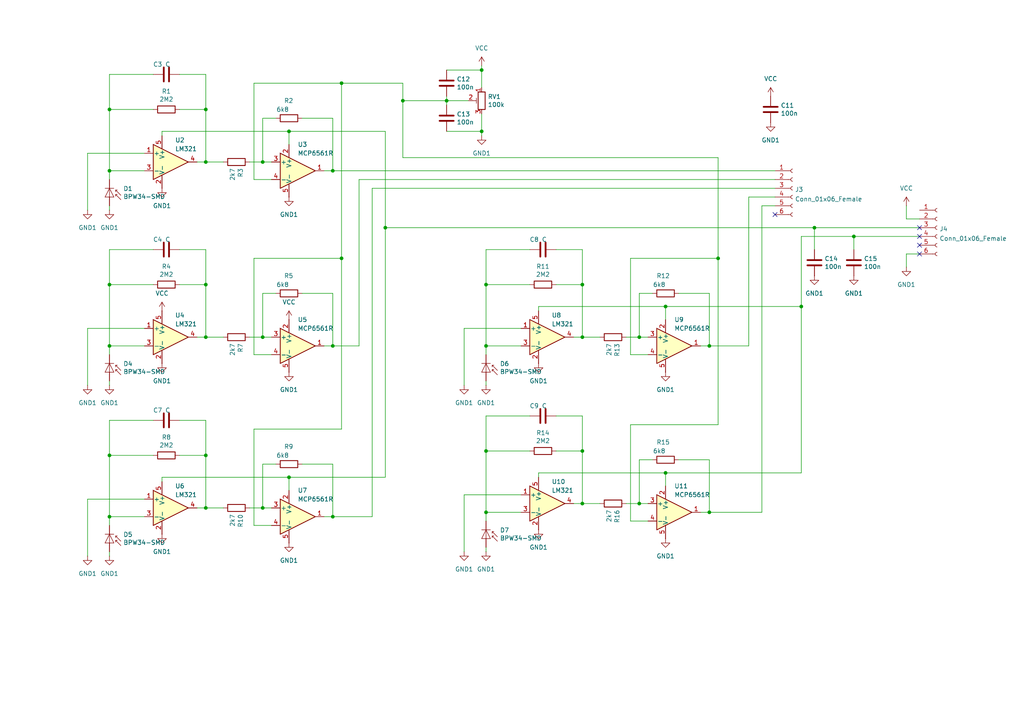
<source format=kicad_sch>
(kicad_sch (version 20250114) (generator "eeschema") (generator_version "9.0")
  (paper "A4")
  (lib_symbols
    (symbol "Amplifier_Operational:LM321" (pin_names (offset 0.127))
      (property "Reference" "U" (at 0 7.62 0))
      (property "Value" "LM321" (at 0 5.08 0))
      (symbol "LM321_0_1"
        (polyline (pts (xy -5.08 5.08) (xy 5.08 0) (xy -5.08 -5.08) (xy -5.08 5.08)) (stroke (width 0.254)) (fill (type background)))
      )
      (symbol "LM321_1_1"
        (pin input line (at -7.62 2.54 0) (length 2.54) (name "+") (number "1"))
        (pin input line (at -7.62 -2.54 0) (length 2.54) (name "-") (number "3"))
        (pin power_in line (at -2.54 7.62 270) (length 3.81) (name "V+") (number "5"))
        (pin power_in line (at -2.54 -7.62 90) (length 3.81) (name "V-") (number "2"))
        (pin output line (at 7.62 0 180) (length 2.54) (name "~") (number "4"))
      )
    )
    (symbol "Comparator:MCP6561R" (pin_names (offset 0.127))
      (property "Reference" "U" (at 0 5.08 0))
      (property "Value" "MCP6561R" (at 0 -5.08 0))
      (symbol "MCP6561R_0_1"
        (polyline (pts (xy -5.08 5.08) (xy 5.08 0) (xy -5.08 -5.08) (xy -5.08 5.08)) (stroke (width 0.254)) (fill (type background)))
        (pin power_in line (at -2.54 7.62 270) (length 3.81) (name "V+") (number "2"))
        (pin power_in line (at -2.54 -7.62 90) (length 3.81) (name "V-") (number "5"))
      )
      (symbol "MCP6561R_1_1"
        (pin input line (at -7.62 2.54 0) (length 2.54) (name "+") (number "3"))
        (pin input line (at -7.62 -2.54 0) (length 2.54) (name "-") (number "4"))
        (pin output line (at 7.62 0 180) (length 2.54) (name "~") (number "1"))
      )
    )
    (symbol "Connector:Conn_01x06_Female" (pin_names (offset 1.016) (hide yes))
      (property "Reference" "J" (at 0 7.62 0))
      (property "Value" "Conn_01x06_Female" (at 0 -10.16 0))
      (symbol "Conn_01x06_Female_1_1"
        (polyline (pts (xy -1.27 5.08) (xy -0.508 5.08)) (stroke (width 0.1524)))
        (polyline (pts (xy -1.27 2.54) (xy -0.508 2.54)) (stroke (width 0.1524)))
        (polyline (pts (xy -1.27 0) (xy -0.508 0)) (stroke (width 0.1524)))
        (polyline (pts (xy -1.27 -2.54) (xy -0.508 -2.54)) (stroke (width 0.1524)))
        (polyline (pts (xy -1.27 -5.08) (xy -0.508 -5.08)) (stroke (width 0.1524)))
        (polyline (pts (xy -1.27 -7.62) (xy -0.508 -7.62)) (stroke (width 0.1524)))
        (arc (start 0 4.572) (mid -0.5058 5.08) (end 0 5.588) (stroke (width 0.1524)))
        (arc (start 0 2.032) (mid -0.5058 2.54) (end 0 3.048) (stroke (width 0.1524)))
        (arc (start 0 -0.508) (mid -0.5058 0) (end 0 0.508) (stroke (width 0.1524)))
        (arc (start 0 -3.048) (mid -0.5058 -2.54) (end 0 -2.032) (stroke (width 0.1524)))
        (arc (start 0 -5.588) (mid -0.5058 -5.08) (end 0 -4.572) (stroke (width 0.1524)))
        (arc (start 0 -8.128) (mid -0.5058 -7.62) (end 0 -7.112) (stroke (width 0.1524)))
        (pin passive line (at -5.08 5.08 0) (length 3.81) (name "Pin_1") (number "1"))
        (pin passive line (at -5.08 2.54 0) (length 3.81) (name "Pin_2") (number "2"))
        (pin passive line (at -5.08 0 0) (length 3.81) (name "Pin_3") (number "3"))
        (pin passive line (at -5.08 -2.54 0) (length 3.81) (name "Pin_4") (number "4"))
        (pin passive line (at -5.08 -5.08 0) (length 3.81) (name "Pin_5") (number "5"))
        (pin passive line (at -5.08 -7.62 0) (length 3.81) (name "Pin_6") (number "6"))
      )
    )
    (symbol "Device:C" (pin_numbers (hide yes)) (pin_names (offset 0.254))
      (property "Reference" "C" (at 0.635 2.54 0))
      (property "Value" "C" (at 0.635 -2.54 0))
      (symbol "C_0_1"
        (polyline (pts (xy -2.032 0.762) (xy 2.032 0.762)) (stroke (width 0.508)))
        (polyline (pts (xy -2.032 -0.762) (xy 2.032 -0.762)) (stroke (width 0.508)))
      )
      (symbol "C_1_1"
        (pin passive line (at 0 3.81 270) (length 2.794) (name "~") (number "1"))
        (pin passive line (at 0 -3.81 90) (length 2.794) (name "~") (number "2"))
      )
    )
    (symbol "Device:R" (pin_numbers (hide yes)) (pin_names (offset 0))
      (property "Reference" "R" (at 2.032 0 90))
      (property "Value" "R" (at 0 0 90))
      (symbol "R_0_1"
        (rectangle (start -1.016 -2.54) (end 1.016 2.54) (stroke (width 0.254)))
      )
      (symbol "R_1_1"
        (pin passive line (at 0 3.81 270) (length 1.27) (name "~") (number "1"))
        (pin passive line (at 0 -3.81 90) (length 1.27) (name "~") (number "2"))
      )
    )
    (symbol "Device:R_POT_TRIM" (pin_names (offset 1.016) (hide yes))
      (property "Reference" "RV" (at -4.445 0 90))
      (property "Value" "Device_R_POT_TRIM" (at -2.54 0 90))
      (symbol "R_POT_TRIM_0_1"
        (rectangle (start 1.016 2.54) (end -1.016 -2.54) (stroke (width 0.254)))
        (polyline (pts (xy 1.524 0.762) (xy 1.524 -0.762)))
        (polyline (pts (xy 2.54 0) (xy 1.524 0)))
      )
      (symbol "R_POT_TRIM_1_1"
        (pin passive line (at 0 3.81 270) (length 1.27) (name "1") (number "1"))
        (pin passive line (at 0 -3.81 90) (length 1.27) (name "3") (number "3"))
        (pin passive line (at 3.81 0 180) (length 1.27) (name "2") (number "2"))
      )
    )
    (symbol "Sensor_Optical:BPW34-SMD" (pin_numbers (hide yes)) (pin_names (offset 1.016) (hide yes))
      (property "Reference" "D" (at 0.508 1.778 0))
      (property "Value" "BPW34-SMD" (at -1.016 -2.794 0))
      (symbol "BPW34-SMD_0_1"
        (polyline (pts (xy -2.54 1.27) (xy -2.54 -1.27)) (stroke (width 0.1524)))
        (polyline (pts (xy -2.032 1.778) (xy -1.524 1.778)))
        (polyline (pts (xy -0.508 3.302) (xy -2.032 1.778) (xy -2.032 2.286)))
        (polyline (pts (xy 0 1.27) (xy -2.54 0) (xy 0 -1.27)))
        (polyline (pts (xy 0 0) (xy -2.54 0)))
        (polyline (pts (xy 0 -1.27) (xy 0 1.27)))
        (polyline (pts (xy 0.762 3.302) (xy -0.762 1.778) (xy -0.762 2.286) (xy -0.762 1.778) (xy -0.254 1.778)))
      )
      (symbol "BPW34-SMD_1_1"
        (pin passive line (at -5.08 0 0) (length 2.54) (name "K") (number "1"))
        (pin passive line (at 2.54 0 180) (length 2.54) (name "A") (number "2"))
      )
    )
    (symbol "power:GND1" (power) (pin_numbers (hide yes)) (pin_names (offset 0) (hide yes))
      (property "Value" "GND1" (at 0 -3.81 0))
      (symbol "GND1_0_1"
        (polyline (pts (xy 0 0) (xy 0 -1.27) (xy 1.27 -1.27) (xy 0 -2.54) (xy -1.27 -1.27) (xy 0 -1.27)))
      )
      (symbol "GND1_1_1"
        (pin power_in line (at 0 0 270) (length 0) (name "~") (number "1"))
      )
    )
    (symbol "power:VCC" (power) (pin_numbers (hide yes)) (pin_names (offset 0) (hide yes))
      (property "Value" "VCC" (at 0 3.556 0))
      (symbol "VCC_0_1"
        (polyline (pts (xy -0.762 1.27) (xy 0 2.54)))
        (polyline (pts (xy 0 2.54) (xy 0.762 1.27)))
        (polyline (pts (xy 0 0) (xy 0 2.54)))
      )
      (symbol "VCC_1_1"
        (pin power_in line (at 0 0 90) (length 0) (name "~") (number "1"))
      )
    )
  )
  (junction (at 31.75 132.08))
  (junction (at 205.74 100.33))
  (junction (at 139.7 20.32))
  (junction (at 208.28 74.93))
  (junction (at 31.75 82.55))
  (junction (at 140.97 148.59))
  (junction (at 59.69 97.79))
  (junction (at 76.2 46.99))
  (junction (at 99.06 74.93))
  (junction (at 129.54 29.21))
  (junction (at 232.41 88.9))
  (junction (at 59.69 31.75))
  (junction (at 168.91 146.05))
  (junction (at 59.69 82.55))
  (junction (at 31.75 49.53))
  (junction (at 76.2 147.32))
  (junction (at 59.69 46.99))
  (junction (at 59.69 147.32))
  (junction (at 193.04 88.9))
  (junction (at 185.42 97.79))
  (junction (at 83.82 138.43))
  (junction (at 193.04 137.16))
  (junction (at 83.82 38.1))
  (junction (at 168.91 97.79))
  (junction (at 140.97 100.33))
  (junction (at 139.7 38.1))
  (junction (at 247.65 68.58))
  (junction (at 96.52 49.53))
  (junction (at 185.42 146.05))
  (junction (at 59.69 132.08))
  (junction (at 168.91 82.55))
  (junction (at 96.52 100.33))
  (junction (at 140.97 82.55))
  (junction (at 140.97 130.81))
  (junction (at 76.2 97.79))
  (junction (at 168.91 130.81))
  (junction (at 116.84 29.21))
  (junction (at 96.52 149.86))
  (junction (at 31.75 100.33))
  (junction (at 111.76 66.04))
  (junction (at 99.06 24.13))
  (junction (at 31.75 31.75))
  (junction (at 205.74 148.59))
  (junction (at 236.22 66.04))
  (junction (at 31.75 149.86))
  (no_connect (at 266.7 66.04))
  (no_connect (at 266.7 71.12))
  (no_connect (at 266.7 68.58))
  (no_connect (at 224.79 62.23))
  (no_connect (at 266.7 73.66))
  (wire (pts (xy 25.4 144.78) (xy 25.4 161.29)))
  (wire (pts (xy 205.74 100.33) (xy 217.17 100.33)))
  (wire (pts (xy 76.2 134.62) (xy 76.2 147.32)))
  (wire (pts (xy 96.52 34.29) (xy 96.52 49.53)))
  (wire (pts (xy 156.21 88.9) (xy 193.04 88.9)))
  (wire (pts (xy 93.98 149.86) (xy 96.52 149.86)))
  (wire (pts (xy 52.07 31.75) (xy 59.69 31.75)))
  (wire (pts (xy 151.13 148.59) (xy 140.97 148.59)))
  (wire (pts (xy 232.41 137.16) (xy 232.41 88.9)))
  (wire (pts (xy 41.91 149.86) (xy 31.75 149.86)))
  (wire (pts (xy 203.2 148.59) (xy 205.74 148.59)))
  (wire (pts (xy 64.77 147.32) (xy 59.69 147.32)))
  (wire (pts (xy 76.2 85.09) (xy 76.2 97.79)))
  (wire (pts (xy 31.75 21.59) (xy 31.75 31.75)))
  (wire (pts (xy 46.99 139.7) (xy 46.99 138.43)))
  (wire (pts (xy 72.39 147.32) (xy 76.2 147.32)))
  (wire (pts (xy 99.06 74.93) (xy 73.66 74.93)))
  (wire (pts (xy 168.91 130.81) (xy 168.91 146.05)))
  (wire (pts (xy 181.61 146.05) (xy 185.42 146.05)))
  (wire (pts (xy 25.4 44.45) (xy 25.4 60.96)))
  (wire (pts (xy 140.97 82.55) (xy 140.97 100.33)))
  (wire (pts (xy 52.07 121.92) (xy 59.69 121.92)))
  (wire (pts (xy 96.52 49.53) (xy 224.79 49.53)))
  (wire (pts (xy 31.75 82.55) (xy 31.75 100.33)))
  (wire (pts (xy 31.75 121.92) (xy 31.75 132.08)))
  (wire (pts (xy 73.66 102.87) (xy 78.74 102.87)))
  (wire (pts (xy 59.69 21.59) (xy 59.69 31.75)))
  (wire (pts (xy 104.14 100.33) (xy 104.14 52.07)))
  (wire (pts (xy 205.74 133.35) (xy 205.74 148.59)))
  (wire (pts (xy 166.37 97.79) (xy 168.91 97.79)))
  (wire (pts (xy 161.29 82.55) (xy 168.91 82.55)))
  (wire (pts (xy 205.74 85.09) (xy 205.74 100.33)))
  (wire (pts (xy 262.89 73.66) (xy 262.89 77.47)))
  (wire (pts (xy 76.2 97.79) (xy 78.74 97.79)))
  (wire (pts (xy 140.97 130.81) (xy 140.97 148.59)))
  (wire (pts (xy 52.07 72.39) (xy 59.69 72.39)))
  (wire (pts (xy 57.15 46.99) (xy 59.69 46.99)))
  (wire (pts (xy 193.04 137.16) (xy 193.04 140.97)))
  (wire (pts (xy 232.41 68.58) (xy 247.65 68.58)))
  (wire (pts (xy 247.65 68.58) (xy 266.7 68.58)))
  (wire (pts (xy 139.7 38.1) (xy 139.7 39.37)))
  (wire (pts (xy 153.67 72.39) (xy 140.97 72.39)))
  (wire (pts (xy 156.21 137.16) (xy 193.04 137.16)))
  (wire (pts (xy 208.28 123.19) (xy 182.88 123.19)))
  (wire (pts (xy 161.29 72.39) (xy 168.91 72.39)))
  (wire (pts (xy 73.66 52.07) (xy 78.74 52.07)))
  (wire (pts (xy 134.62 143.51) (xy 134.62 160.02)))
  (wire (pts (xy 31.75 31.75) (xy 31.75 49.53)))
  (wire (pts (xy 140.97 72.39) (xy 140.97 82.55)))
  (wire (pts (xy 185.42 97.79) (xy 187.96 97.79)))
  (wire (pts (xy 41.91 49.53) (xy 31.75 49.53)))
  (wire (pts (xy 189.23 133.35) (xy 185.42 133.35)))
  (wire (pts (xy 44.45 121.92) (xy 31.75 121.92)))
  (wire (pts (xy 76.2 147.32) (xy 78.74 147.32)))
  (wire (pts (xy 107.95 149.86) (xy 107.95 54.61)))
  (wire (pts (xy 220.98 148.59) (xy 220.98 59.69)))
  (wire (pts (xy 193.04 88.9) (xy 193.04 92.71)))
  (wire (pts (xy 166.37 146.05) (xy 168.91 146.05)))
  (wire (pts (xy 52.07 132.08) (xy 59.69 132.08)))
  (wire (pts (xy 44.45 82.55) (xy 31.75 82.55)))
  (wire (pts (xy 57.15 147.32) (xy 59.69 147.32)))
  (wire (pts (xy 129.54 29.21) (xy 129.54 30.48)))
  (wire (pts (xy 156.21 138.43) (xy 156.21 137.16)))
  (wire (pts (xy 161.29 120.65) (xy 168.91 120.65)))
  (wire (pts (xy 25.4 95.25) (xy 41.91 95.25)))
  (wire (pts (xy 140.97 111.76) (xy 140.97 110.49)))
  (wire (pts (xy 185.42 85.09) (xy 185.42 97.79)))
  (wire (pts (xy 182.88 151.13) (xy 187.96 151.13)))
  (wire (pts (xy 73.66 152.4) (xy 78.74 152.4)))
  (wire (pts (xy 262.89 63.5) (xy 262.89 59.69)))
  (wire (pts (xy 99.06 74.93) (xy 99.06 124.46)))
  (wire (pts (xy 182.88 74.93) (xy 182.88 102.87)))
  (wire (pts (xy 31.75 132.08) (xy 31.75 149.86)))
  (wire (pts (xy 129.54 27.94) (xy 129.54 29.21)))
  (wire (pts (xy 116.84 45.72) (xy 208.28 45.72)))
  (wire (pts (xy 111.76 66.04) (xy 111.76 38.1)))
  (wire (pts (xy 25.4 44.45) (xy 41.91 44.45)))
  (wire (pts (xy 139.7 33.02) (xy 139.7 38.1)))
  (wire (pts (xy 266.7 63.5) (xy 262.89 63.5)))
  (wire (pts (xy 59.69 82.55) (xy 59.69 97.79)))
  (wire (pts (xy 182.88 123.19) (xy 182.88 151.13)))
  (wire (pts (xy 139.7 20.32) (xy 139.7 25.4)))
  (wire (pts (xy 161.29 130.81) (xy 168.91 130.81)))
  (wire (pts (xy 96.52 149.86) (xy 107.95 149.86)))
  (wire (pts (xy 99.06 24.13) (xy 116.84 24.13)))
  (wire (pts (xy 185.42 133.35) (xy 185.42 146.05)))
  (wire (pts (xy 59.69 132.08) (xy 59.69 147.32)))
  (wire (pts (xy 168.91 82.55) (xy 168.91 97.79)))
  (wire (pts (xy 217.17 57.15) (xy 224.79 57.15)))
  (wire (pts (xy 25.4 95.25) (xy 25.4 111.76)))
  (wire (pts (xy 173.99 97.79) (xy 168.91 97.79)))
  (wire (pts (xy 59.69 31.75) (xy 59.69 46.99)))
  (wire (pts (xy 107.95 54.61) (xy 224.79 54.61)))
  (wire (pts (xy 96.52 85.09) (xy 96.52 100.33)))
  (wire (pts (xy 196.85 85.09) (xy 205.74 85.09)))
  (wire (pts (xy 139.7 19.05) (xy 139.7 20.32)))
  (wire (pts (xy 104.14 52.07) (xy 224.79 52.07)))
  (wire (pts (xy 153.67 82.55) (xy 140.97 82.55)))
  (wire (pts (xy 168.91 120.65) (xy 168.91 130.81)))
  (wire (pts (xy 168.91 72.39) (xy 168.91 82.55)))
  (wire (pts (xy 31.75 49.53) (xy 31.75 52.07)))
  (wire (pts (xy 151.13 100.33) (xy 140.97 100.33)))
  (wire (pts (xy 57.15 97.79) (xy 59.69 97.79)))
  (wire (pts (xy 189.23 85.09) (xy 185.42 85.09)))
  (wire (pts (xy 217.17 100.33) (xy 217.17 57.15)))
  (wire (pts (xy 83.82 138.43) (xy 111.76 138.43)))
  (wire (pts (xy 111.76 66.04) (xy 236.22 66.04)))
  (wire (pts (xy 181.61 97.79) (xy 185.42 97.79)))
  (wire (pts (xy 208.28 45.72) (xy 208.28 74.93)))
  (wire (pts (xy 46.99 38.1) (xy 83.82 38.1)))
  (wire (pts (xy 99.06 24.13) (xy 73.66 24.13)))
  (wire (pts (xy 87.63 34.29) (xy 96.52 34.29)))
  (wire (pts (xy 247.65 68.58) (xy 247.65 72.39)))
  (wire (pts (xy 87.63 85.09) (xy 96.52 85.09)))
  (wire (pts (xy 87.63 134.62) (xy 96.52 134.62)))
  (wire (pts (xy 44.45 31.75) (xy 31.75 31.75)))
  (wire (pts (xy 31.75 100.33) (xy 31.75 102.87)))
  (wire (pts (xy 111.76 38.1) (xy 83.82 38.1)))
  (wire (pts (xy 193.04 137.16) (xy 232.41 137.16)))
  (wire (pts (xy 76.2 34.29) (xy 76.2 46.99)))
  (wire (pts (xy 64.77 46.99) (xy 59.69 46.99)))
  (wire (pts (xy 156.21 90.17) (xy 156.21 88.9)))
  (wire (pts (xy 83.82 138.43) (xy 83.82 142.24)))
  (wire (pts (xy 46.99 39.37) (xy 46.99 38.1)))
  (wire (pts (xy 46.99 138.43) (xy 83.82 138.43)))
  (wire (pts (xy 93.98 49.53) (xy 96.52 49.53)))
  (wire (pts (xy 208.28 74.93) (xy 182.88 74.93)))
  (wire (pts (xy 31.75 72.39) (xy 31.75 82.55)))
  (wire (pts (xy 31.75 149.86) (xy 31.75 152.4)))
  (wire (pts (xy 153.67 120.65) (xy 140.97 120.65)))
  (wire (pts (xy 72.39 97.79) (xy 76.2 97.79)))
  (wire (pts (xy 182.88 102.87) (xy 187.96 102.87)))
  (wire (pts (xy 220.98 59.69) (xy 224.79 59.69)))
  (wire (pts (xy 116.84 24.13) (xy 116.84 29.21)))
  (wire (pts (xy 129.54 38.1) (xy 139.7 38.1)))
  (wire (pts (xy 134.62 95.25) (xy 151.13 95.25)))
  (wire (pts (xy 140.97 160.02) (xy 140.97 158.75)))
  (wire (pts (xy 196.85 133.35) (xy 205.74 133.35)))
  (wire (pts (xy 73.66 124.46) (xy 73.66 152.4)))
  (wire (pts (xy 208.28 74.93) (xy 208.28 123.19)))
  (wire (pts (xy 31.75 111.76) (xy 31.75 110.49)))
  (wire (pts (xy 52.07 21.59) (xy 59.69 21.59)))
  (wire (pts (xy 52.07 82.55) (xy 59.69 82.55)))
  (wire (pts (xy 59.69 121.92) (xy 59.69 132.08)))
  (wire (pts (xy 72.39 46.99) (xy 76.2 46.99)))
  (wire (pts (xy 134.62 143.51) (xy 151.13 143.51)))
  (wire (pts (xy 41.91 100.33) (xy 31.75 100.33)))
  (wire (pts (xy 59.69 72.39) (xy 59.69 82.55)))
  (wire (pts (xy 99.06 124.46) (xy 73.66 124.46)))
  (wire (pts (xy 99.06 24.13) (xy 99.06 74.93)))
  (wire (pts (xy 140.97 100.33) (xy 140.97 102.87)))
  (wire (pts (xy 173.99 146.05) (xy 168.91 146.05)))
  (wire (pts (xy 205.74 148.59) (xy 220.98 148.59)))
  (wire (pts (xy 83.82 38.1) (xy 83.82 41.91)))
  (wire (pts (xy 140.97 120.65) (xy 140.97 130.81)))
  (wire (pts (xy 93.98 100.33) (xy 96.52 100.33)))
  (wire (pts (xy 140.97 148.59) (xy 140.97 151.13)))
  (wire (pts (xy 129.54 20.32) (xy 139.7 20.32)))
  (wire (pts (xy 64.77 97.79) (xy 59.69 97.79)))
  (wire (pts (xy 116.84 29.21) (xy 116.84 45.72)))
  (wire (pts (xy 185.42 146.05) (xy 187.96 146.05)))
  (wire (pts (xy 96.52 100.33) (xy 104.14 100.33)))
  (wire (pts (xy 80.01 85.09) (xy 76.2 85.09)))
  (wire (pts (xy 236.22 66.04) (xy 236.22 72.39)))
  (wire (pts (xy 203.2 100.33) (xy 205.74 100.33)))
  (wire (pts (xy 134.62 95.25) (xy 134.62 111.76)))
  (wire (pts (xy 76.2 46.99) (xy 78.74 46.99)))
  (wire (pts (xy 266.7 73.66) (xy 262.89 73.66)))
  (wire (pts (xy 193.04 88.9) (xy 232.41 88.9)))
  (wire (pts (xy 116.84 29.21) (xy 129.54 29.21)))
  (wire (pts (xy 80.01 34.29) (xy 76.2 34.29)))
  (wire (pts (xy 96.52 134.62) (xy 96.52 149.86)))
  (wire (pts (xy 153.67 130.81) (xy 140.97 130.81)))
  (wire (pts (xy 44.45 72.39) (xy 31.75 72.39)))
  (wire (pts (xy 111.76 138.43) (xy 111.76 66.04)))
  (wire (pts (xy 73.66 24.13) (xy 73.66 52.07)))
  (wire (pts (xy 25.4 144.78) (xy 41.91 144.78)))
  (wire (pts (xy 236.22 66.04) (xy 266.7 66.04)))
  (wire (pts (xy 31.75 161.29) (xy 31.75 160.02)))
  (wire (pts (xy 73.66 74.93) (xy 73.66 102.87)))
  (wire (pts (xy 31.75 60.96) (xy 31.75 59.69)))
  (wire (pts (xy 44.45 21.59) (xy 31.75 21.59)))
  (wire (pts (xy 44.45 132.08) (xy 31.75 132.08)))
  (wire (pts (xy 129.54 29.21) (xy 135.89 29.21)))
  (wire (pts (xy 232.41 88.9) (xy 232.41 68.58)))
  (wire (pts (xy 80.01 134.62) (xy 76.2 134.62)))
  (symbol (lib_id "Device:C") (at 48.26 72.39 90) (unit 1)
    (property "Reference" "C4" (at 47.0916 69.469 90) (effects (justify left)))
    (property "Value" "C" (at 49.403 69.469 90) (effects (justify left)))
    (property "Footprint" "Capacitor_SMD:C_0805_2012Metric_Pad1.18x1.45mm_HandSolder" (effects (hide yes)))
  )
  (symbol (lib_id "power:GND1") (at 31.75 161.29 0) (unit 1)
    (property "Reference" "#PWR027" (effects (hide yes)))
    (property "Value" "GND1" (at 31.75 166.37 0))
    (property "Description" "Power symbol creates a global label with name \"GND1\" , ground" (effects (hide yes)))
  )
  (symbol (lib_id "Sensor_Optical:BPW34-SMD") (at 31.75 107.95 270) (unit 1)
    (property "Reference" "D4" (at 35.7632 105.5116 90) (effects (justify left)))
    (property "Value" "BPW34-SMD" (at 35.7632 107.823 90) (effects (justify left)))
    (property "Footprint" "OptoDevice:Osram_BPW34S-SMD" (effects (hide yes)))
    (property "Datasheet" "http://www.osram-os.com/Graphics/XPic5/00215430_0.pdf/BPW%2034%20S.pdf" (effects (hide yes)))
  )
  (symbol (lib_id "Sensor_Optical:BPW34-SMD") (at 31.75 157.48 270) (unit 1)
    (property "Reference" "D5" (at 35.7632 155.0416 90) (effects (justify left)))
    (property "Value" "BPW34-SMD" (at 35.7632 157.353 90) (effects (justify left)))
    (property "Footprint" "OptoDevice:Osram_BPW34S-SMD" (effects (hide yes)))
    (property "Datasheet" "http://www.osram-os.com/Graphics/XPic5/00215430_0.pdf/BPW%2034%20S.pdf" (effects (hide yes)))
  )
  (symbol (lib_id "Amplifier_Operational:LM321") (at 49.53 147.32 0) (unit 1)
    (property "Reference" "U6" (at 50.8 140.97 0) (effects (justify left)))
    (property "Value" "LM321" (at 50.8 143.51 0) (effects (justify left)))
    (property "Footprint" "Package_TO_SOT_SMD:SOT-23-5_HandSoldering" (effects (hide yes)))
    (property "Datasheet" "http://www.ti.com/lit/ds/symlink/lm321.pdf" (effects (hide yes)))
  )
  (symbol (lib_id "power:GND1") (at 46.99 105.41 0) (unit 1)
    (property "Reference" "#PWR032" (effects (hide yes)))
    (property "Value" "GND1" (at 46.99 110.49 0))
    (property "Description" "Power symbol creates a global label with name \"GND1\" , ground" (effects (hide yes)))
  )
  (symbol (lib_id "Device:R") (at 193.04 85.09 90) (unit 1)
    (property "Reference" "R12" (at 194.31 80.01 90) (effects (justify left)))
    (property "Value" "6k8" (at 193.04 82.55 90) (effects (justify left)))
    (property "Footprint" "Resistor_SMD:R_0805_2012Metric_Pad1.20x1.40mm_HandSolder" (effects (hide yes)))
  )
  (symbol (lib_id "Amplifier_Operational:LM321") (at 49.53 97.79 0) (unit 1)
    (property "Reference" "U4" (at 50.8 91.44 0) (effects (justify left)))
    (property "Value" "LM321" (at 50.8 93.98 0) (effects (justify left)))
    (property "Footprint" "Package_TO_SOT_SMD:SOT-23-5_HandSoldering" (effects (hide yes)))
    (property "Datasheet" "http://www.ti.com/lit/ds/symlink/lm321.pdf" (effects (hide yes)))
  )
  (symbol (lib_id "power:VCC") (at 46.99 90.17 0) (unit 1)
    (property "Reference" "#PWR053" (effects (hide yes)))
    (property "Value" "VCC" (at 46.99 85.09 0))
    (property "Description" "Power symbol creates a global label with name \"VCC\"" (effects (hide yes)))
  )
  (symbol (lib_id "power:GND1") (at 31.75 60.96 0) (unit 1)
    (property "Reference" "#PWR037" (effects (hide yes)))
    (property "Value" "GND1" (at 31.75 66.04 0))
    (property "Description" "Power symbol creates a global label with name \"GND1\" , ground" (effects (hide yes)))
  )
  (symbol (lib_id "Connector:Conn_01x06_Female") (at 271.78 66.04 0) (unit 1)
    (property "Reference" "J4" (at 272.4912 66.4015 0) (effects (justify left)))
    (property "Value" "Conn_01x06_Female" (at 272.4912 69.1766 0) (effects (justify left)))
    (property "Footprint" "Connector_PinSocket_1.27mm:PinSocket_1x06_P1.27mm_Vertical" (effects (hide yes)))
  )
  (symbol (lib_id "Device:C") (at 129.54 34.29 0) (unit 1)
    (property "Reference" "C13" (at 132.461 33.1216 0) (effects (justify left)))
    (property "Value" "100n" (at 132.461 35.433 0) (effects (justify left)))
    (property "Footprint" "Capacitor_SMD:C_1206_3216Metric_Pad1.33x1.80mm_HandSolder" (effects (hide yes)))
  )
  (symbol (lib_id "Device:C") (at 247.65 76.2 0) (unit 1)
    (property "Reference" "C15" (at 250.571 75.0316 0) (effects (justify left)))
    (property "Value" "100n" (at 250.571 77.343 0) (effects (justify left)))
    (property "Footprint" "Capacitor_SMD:C_1206_3216Metric_Pad1.33x1.80mm_HandSolder" (effects (hide yes)))
  )
  (symbol (lib_id "power:GND1") (at 262.89 77.47 0) (unit 1)
    (property "Reference" "#PWR017" (effects (hide yes)))
    (property "Value" "GND1" (at 262.89 82.55 0))
    (property "Description" "Power symbol creates a global label with name \"GND1\" , ground" (effects (hide yes)))
  )
  (symbol (lib_id "Amplifier_Operational:LM321") (at 49.53 46.99 0) (unit 1)
    (property "Reference" "U2" (at 50.8 40.64 0) (effects (justify left)))
    (property "Value" "LM321" (at 50.8 43.18 0) (effects (justify left)))
    (property "Footprint" "Package_TO_SOT_SMD:SOT-23-5_HandSoldering" (effects (hide yes)))
    (property "Datasheet" "http://www.ti.com/lit/ds/symlink/lm321.pdf" (effects (hide yes)))
  )
  (symbol (lib_id "power:GND1") (at 46.99 154.94 0) (unit 1)
    (property "Reference" "#PWR026" (effects (hide yes)))
    (property "Value" "GND1" (at 46.99 160.02 0))
    (property "Description" "Power symbol creates a global label with name \"GND1\" , ground" (effects (hide yes)))
  )
  (symbol (lib_id "power:GND1") (at 25.4 60.96 0) (unit 1)
    (property "Reference" "#PWR038" (effects (hide yes)))
    (property "Value" "GND1" (at 25.4 66.04 0))
    (property "Description" "Power symbol creates a global label with name \"GND1\" , ground" (effects (hide yes)))
  )
  (symbol (lib_id "Device:C") (at 48.26 121.92 90) (unit 1)
    (property "Reference" "C7" (at 47.0916 118.999 90) (effects (justify left)))
    (property "Value" "C" (at 49.403 118.999 90) (effects (justify left)))
    (property "Footprint" "Capacitor_SMD:C_0805_2012Metric_Pad1.18x1.45mm_HandSolder" (effects (hide yes)))
  )
  (symbol (lib_id "Connector:Conn_01x06_Female") (at 229.87 54.61 0) (unit 1)
    (property "Reference" "J3" (at 230.5812 54.9715 0) (effects (justify left)))
    (property "Value" "Conn_01x06_Female" (at 230.5812 57.7466 0) (effects (justify left)))
    (property "Footprint" "Connector_PinSocket_1.27mm:PinSocket_1x06_P1.27mm_Vertical" (effects (hide yes)))
  )
  (symbol (lib_id "power:GND1") (at 140.97 160.02 0) (unit 1)
    (property "Reference" "#PWR018" (effects (hide yes)))
    (property "Value" "GND1" (at 140.97 165.1 0))
    (property "Description" "Power symbol creates a global label with name \"GND1\" , ground" (effects (hide yes)))
  )
  (symbol (lib_id "power:VCC") (at 262.89 59.69 0) (unit 1)
    (property "Reference" "#PWR049" (effects (hide yes)))
    (property "Value" "VCC" (at 262.89 54.61 0))
    (property "Description" "Power symbol creates a global label with name \"VCC\"" (effects (hide yes)))
  )
  (symbol (lib_id "power:GND1") (at 134.62 111.76 0) (unit 1)
    (property "Reference" "#PWR045" (effects (hide yes)))
    (property "Value" "GND1" (at 134.62 116.84 0))
    (property "Description" "Power symbol creates a global label with name \"GND1\" , ground" (effects (hide yes)))
  )
  (symbol (lib_id "Device:R") (at 177.8 97.79 270) (unit 1)
    (property "Reference" "R13" (at 178.9684 99.568 0) (effects (justify left)))
    (property "Value" "2k7" (at 176.657 99.568 0) (effects (justify left)))
    (property "Footprint" "Resistor_SMD:R_0805_2012Metric_Pad1.20x1.40mm_HandSolder" (effects (hide yes)))
  )
  (symbol (lib_id "Device:R") (at 177.8 146.05 270) (unit 1)
    (property "Reference" "R16" (at 178.9684 147.828 0) (effects (justify left)))
    (property "Value" "2k7" (at 176.657 147.828 0) (effects (justify left)))
    (property "Footprint" "Resistor_SMD:R_0805_2012Metric_Pad1.20x1.40mm_HandSolder" (effects (hide yes)))
  )
  (symbol (lib_id "power:GND1") (at 83.82 157.48 0) (unit 1)
    (property "Reference" "#PWR025" (effects (hide yes)))
    (property "Value" "GND1" (at 83.82 162.56 0))
    (property "Description" "Power symbol creates a global label with name \"GND1\" , ground" (effects (hide yes)))
  )
  (symbol (lib_id "Device:R") (at 83.82 134.62 90) (unit 1)
    (property "Reference" "R9" (at 85.09 129.54 90) (effects (justify left)))
    (property "Value" "6k8" (at 83.82 132.08 90) (effects (justify left)))
    (property "Footprint" "Resistor_SMD:R_0805_2012Metric_Pad1.20x1.40mm_HandSolder" (effects (hide yes)))
  )
  (symbol (lib_id "Comparator:MCP6561R") (at 86.36 100.33 0) (unit 1)
    (property "Reference" "U5" (at 86.36 92.71 0) (effects (justify left)))
    (property "Value" "MCP6561R" (at 86.36 95.25 0) (effects (justify left)))
    (property "Footprint" "Package_TO_SOT_SMD:SOT-23-5_HandSoldering" (effects (hide yes)))
    (property "Datasheet" "http://ww1.microchip.com/downloads/en/DeviceDoc/MCP6561-1R-1U-2-4-1.8V-Low-Power-Push-Pull-Output-Comparator-DS20002139E.pdf" (effects (hide yes)))
  )
  (symbol (lib_id "power:GND1") (at 223.52 35.56 0) (unit 1)
    (property "Reference" "#PWR014" (effects (hide yes)))
    (property "Value" "GND1" (at 223.52 40.64 0))
    (property "Description" "Power symbol creates a global label with name \"GND1\" , ground" (effects (hide yes)))
  )
  (symbol (lib_id "power:GND1") (at 134.62 160.02 0) (unit 1)
    (property "Reference" "#PWR019" (effects (hide yes)))
    (property "Value" "GND1" (at 134.62 165.1 0))
    (property "Description" "Power symbol creates a global label with name \"GND1\" , ground" (effects (hide yes)))
  )
  (symbol (lib_id "power:GND1") (at 140.97 111.76 0) (unit 1)
    (property "Reference" "#PWR044" (effects (hide yes)))
    (property "Value" "GND1" (at 140.97 116.84 0))
    (property "Description" "Power symbol creates a global label with name \"GND1\" , ground" (effects (hide yes)))
  )
  (symbol (lib_id "Device:R") (at 48.26 31.75 270) (unit 1)
    (property "Reference" "R1" (at 48.26 26.4922 90))
    (property "Value" "2M2" (at 48.26 28.8036 90))
    (property "Footprint" "Resistor_SMD:R_0805_2012Metric_Pad1.20x1.40mm_HandSolder" (effects (hide yes)))
  )
  (symbol (lib_id "Device:R") (at 68.58 46.99 270) (unit 1)
    (property "Reference" "R3" (at 69.7484 48.768 0) (effects (justify left)))
    (property "Value" "2k7" (at 67.437 48.768 0) (effects (justify left)))
    (property "Footprint" "Resistor_SMD:R_0805_2012Metric_Pad1.20x1.40mm_HandSolder" (effects (hide yes)))
  )
  (symbol (lib_id "power:GND1") (at 139.7 39.37 0) (unit 1)
    (property "Reference" "#PWR050" (effects (hide yes)))
    (property "Value" "GND1" (at 139.7 44.45 0))
    (property "Description" "Power symbol creates a global label with name \"GND1\" , ground" (effects (hide yes)))
  )
  (symbol (lib_id "power:GND1") (at 193.04 156.21 0) (unit 1)
    (property "Reference" "#PWR021" (effects (hide yes)))
    (property "Value" "GND1" (at 193.04 161.29 0))
    (property "Description" "Power symbol creates a global label with name \"GND1\" , ground" (effects (hide yes)))
  )
  (symbol (lib_id "power:GND1") (at 247.65 80.01 0) (unit 1)
    (property "Reference" "#PWR015" (effects (hide yes)))
    (property "Value" "GND1" (at 247.65 85.09 0))
    (property "Description" "Power symbol creates a global label with name \"GND1\" , ground" (effects (hide yes)))
  )
  (symbol (lib_id "power:GND1") (at 83.82 107.95 0) (unit 1)
    (property "Reference" "#PWR031" (effects (hide yes)))
    (property "Value" "GND1" (at 83.82 113.03 0))
    (property "Description" "Power symbol creates a global label with name \"GND1\" , ground" (effects (hide yes)))
  )
  (symbol (lib_id "power:GND1") (at 236.22 80.01 0) (unit 1)
    (property "Reference" "#PWR013" (effects (hide yes)))
    (property "Value" "GND1" (at 236.22 85.09 0))
    (property "Description" "Power symbol creates a global label with name \"GND1\" , ground" (effects (hide yes)))
  )
  (symbol (lib_id "Sensor_Optical:BPW34-SMD") (at 140.97 156.21 270) (unit 1)
    (property "Reference" "D7" (at 144.9832 153.7716 90) (effects (justify left)))
    (property "Value" "BPW34-SMD" (at 144.9832 156.083 90) (effects (justify left)))
    (property "Footprint" "OptoDevice:Osram_BPW34S-SMD" (effects (hide yes)))
    (property "Datasheet" "http://www.osram-os.com/Graphics/XPic5/00215430_0.pdf/BPW%2034%20S.pdf" (effects (hide yes)))
  )
  (symbol (lib_id "Device:R") (at 68.58 147.32 270) (unit 1)
    (property "Reference" "R10" (at 69.7484 149.098 0) (effects (justify left)))
    (property "Value" "2k7" (at 67.437 149.098 0) (effects (justify left)))
    (property "Footprint" "Resistor_SMD:R_0805_2012Metric_Pad1.20x1.40mm_HandSolder" (effects (hide yes)))
  )
  (symbol (lib_id "Device:R") (at 68.58 97.79 270) (unit 1)
    (property "Reference" "R7" (at 69.7484 99.568 0) (effects (justify left)))
    (property "Value" "2k7" (at 67.437 99.568 0) (effects (justify left)))
    (property "Footprint" "Resistor_SMD:R_0805_2012Metric_Pad1.20x1.40mm_HandSolder" (effects (hide yes)))
  )
  (symbol (lib_id "Device:C") (at 129.54 24.13 0) (unit 1)
    (property "Reference" "C12" (at 132.461 22.9616 0) (effects (justify left)))
    (property "Value" "100n" (at 132.461 25.273 0) (effects (justify left)))
    (property "Footprint" "Capacitor_SMD:C_1206_3216Metric_Pad1.33x1.80mm_HandSolder" (effects (hide yes)))
  )
  (symbol (lib_id "power:GND1") (at 25.4 161.29 0) (unit 1)
    (property "Reference" "#PWR030" (effects (hide yes)))
    (property "Value" "GND1" (at 25.4 166.37 0))
    (property "Description" "Power symbol creates a global label with name \"GND1\" , ground" (effects (hide yes)))
  )
  (symbol (lib_id "power:VCC") (at 83.82 92.71 0) (unit 1)
    (property "Reference" "#PWR054" (effects (hide yes)))
    (property "Value" "VCC" (at 83.82 87.63 0))
    (property "Description" "Power symbol creates a global label with name \"VCC\"" (effects (hide yes)))
  )
  (symbol (lib_id "Sensor_Optical:BPW34-SMD") (at 31.75 57.15 270) (unit 1)
    (property "Reference" "D1" (at 35.7632 54.7116 90) (effects (justify left)))
    (property "Value" "BPW34-SMD" (at 35.7632 57.023 90) (effects (justify left)))
    (property "Footprint" "OptoDevice:Osram_BPW34S-SMD" (effects (hide yes)))
    (property "Datasheet" "http://www.osram-os.com/Graphics/XPic5/00215430_0.pdf/BPW%2034%20S.pdf" (effects (hide yes)))
  )
  (symbol (lib_id "Device:R") (at 48.26 82.55 270) (unit 1)
    (property "Reference" "R4" (at 48.26 77.2922 90))
    (property "Value" "2M2" (at 48.26 79.6036 90))
    (property "Footprint" "Resistor_SMD:R_0805_2012Metric_Pad1.20x1.40mm_HandSolder" (effects (hide yes)))
  )
  (symbol (lib_id "Device:R") (at 193.04 133.35 90) (unit 1)
    (property "Reference" "R15" (at 194.31 128.27 90) (effects (justify left)))
    (property "Value" "6k8" (at 193.04 130.81 90) (effects (justify left)))
    (property "Footprint" "Resistor_SMD:R_0805_2012Metric_Pad1.20x1.40mm_HandSolder" (effects (hide yes)))
  )
  (symbol (lib_id "Sensor_Optical:BPW34-SMD") (at 140.97 107.95 270) (unit 1)
    (property "Reference" "D6" (at 144.9832 105.5116 90) (effects (justify left)))
    (property "Value" "BPW34-SMD" (at 144.9832 107.823 90) (effects (justify left)))
    (property "Footprint" "OptoDevice:Osram_BPW34S-SMD" (effects (hide yes)))
    (property "Datasheet" "http://www.osram-os.com/Graphics/XPic5/00215430_0.pdf/BPW%2034%20S.pdf" (effects (hide yes)))
  )
  (symbol (lib_id "Device:R") (at 83.82 85.09 90) (unit 1)
    (property "Reference" "R5" (at 85.09 80.01 90) (effects (justify left)))
    (property "Value" "6k8" (at 83.82 82.55 90) (effects (justify left)))
    (property "Footprint" "Resistor_SMD:R_0805_2012Metric_Pad1.20x1.40mm_HandSolder" (effects (hide yes)))
  )
  (symbol (lib_id "power:GND1") (at 156.21 105.41 0) (unit 1)
    (property "Reference" "#PWR043" (effects (hide yes)))
    (property "Value" "GND1" (at 156.21 110.49 0))
    (property "Description" "Power symbol creates a global label with name \"GND1\" , ground" (effects (hide yes)))
  )
  (symbol (lib_id "power:VCC") (at 223.52 27.94 0) (unit 1)
    (property "Reference" "#PWR04" (effects (hide yes)))
    (property "Value" "VCC" (at 223.52 22.86 0))
    (property "Description" "Power symbol creates a global label with name \"VCC\"" (effects (hide yes)))
  )
  (symbol (lib_id "Comparator:MCP6561R") (at 195.58 148.59 0) (unit 1)
    (property "Reference" "U11" (at 195.58 140.97 0) (effects (justify left)))
    (property "Value" "MCP6561R" (at 195.58 143.51 0) (effects (justify left)))
    (property "Footprint" "Package_TO_SOT_SMD:SOT-23-5_HandSoldering" (effects (hide yes)))
    (property "Datasheet" "http://ww1.microchip.com/downloads/en/DeviceDoc/MCP6561-1R-1U-2-4-1.8V-Low-Power-Push-Pull-Output-Comparator-DS20002139E.pdf" (effects (hide yes)))
  )
  (symbol (lib_id "power:GND1") (at 31.75 111.76 0) (unit 1)
    (property "Reference" "#PWR033" (effects (hide yes)))
    (property "Value" "GND1" (at 31.75 116.84 0))
    (property "Description" "Power symbol creates a global label with name \"GND1\" , ground" (effects (hide yes)))
  )
  (symbol (lib_id "power:GND1") (at 25.4 111.76 0) (unit 1)
    (property "Reference" "#PWR036" (effects (hide yes)))
    (property "Value" "GND1" (at 25.4 116.84 0))
    (property "Description" "Power symbol creates a global label with name \"GND1\" , ground" (effects (hide yes)))
  )
  (symbol (lib_id "Comparator:MCP6561R") (at 86.36 149.86 0) (unit 1)
    (property "Reference" "U7" (at 86.36 142.24 0) (effects (justify left)))
    (property "Value" "MCP6561R" (at 86.36 144.78 0) (effects (justify left)))
    (property "Footprint" "Package_TO_SOT_SMD:SOT-23-5_HandSoldering" (effects (hide yes)))
    (property "Datasheet" "http://ww1.microchip.com/downloads/en/DeviceDoc/MCP6561-1R-1U-2-4-1.8V-Low-Power-Push-Pull-Output-Comparator-DS20002139E.pdf" (effects (hide yes)))
  )
  (symbol (lib_id "power:GND1") (at 83.82 57.15 0) (unit 1)
    (property "Reference" "#PWR042" (effects (hide yes)))
    (property "Value" "GND1" (at 83.82 62.23 0))
    (property "Description" "Power symbol creates a global label with name \"GND1\" , ground" (effects (hide yes)))
  )
  (symbol (lib_id "Device:R") (at 48.26 132.08 270) (unit 1)
    (property "Reference" "R8" (at 48.26 126.8222 90))
    (property "Value" "2M2" (at 48.26 129.1336 90))
    (property "Footprint" "Resistor_SMD:R_0805_2012Metric_Pad1.20x1.40mm_HandSolder" (effects (hide yes)))
  )
  (symbol (lib_id "power:VCC") (at 139.7 19.05 0) (unit 1)
    (property "Reference" "#PWR048" (effects (hide yes)))
    (property "Value" "VCC" (at 139.7 13.97 0))
    (property "Description" "Power symbol creates a global label with name \"VCC\"" (effects (hide yes)))
  )
  (symbol (lib_id "Device:R") (at 157.48 130.81 270) (unit 1)
    (property "Reference" "R14" (at 157.48 125.5522 90))
    (property "Value" "2M2" (at 157.48 127.8636 90))
    (property "Footprint" "Resistor_SMD:R_0805_2012Metric_Pad1.20x1.40mm_HandSolder" (effects (hide yes)))
  )
  (symbol (lib_id "Device:R") (at 157.48 82.55 270) (unit 1)
    (property "Reference" "R11" (at 157.48 77.2922 90))
    (property "Value" "2M2" (at 157.48 79.6036 90))
    (property "Footprint" "Resistor_SMD:R_0805_2012Metric_Pad1.20x1.40mm_HandSolder" (effects (hide yes)))
  )
  (symbol (lib_id "Amplifier_Operational:LM321") (at 158.75 97.79 0) (unit 1)
    (property "Reference" "U8" (at 160.02 91.44 0) (effects (justify left)))
    (property "Value" "LM321" (at 160.02 93.98 0) (effects (justify left)))
    (property "Footprint" "Package_TO_SOT_SMD:SOT-23-5_HandSoldering" (effects (hide yes)))
    (property "Datasheet" "http://www.ti.com/lit/ds/symlink/lm321.pdf" (effects (hide yes)))
  )
  (symbol (lib_id "Device:C") (at 48.26 21.59 90) (unit 1)
    (property "Reference" "C3" (at 47.0916 18.669 90) (effects (justify left)))
    (property "Value" "C" (at 49.403 18.669 90) (effects (justify left)))
    (property "Footprint" "Capacitor_SMD:C_0805_2012Metric_Pad1.18x1.45mm_HandSolder" (effects (hide yes)))
  )
  (symbol (lib_id "Device:C") (at 157.48 72.39 90) (unit 1)
    (property "Reference" "C8" (at 156.3116 69.469 90) (effects (justify left)))
    (property "Value" "C" (at 158.623 69.469 90) (effects (justify left)))
    (property "Footprint" "Capacitor_SMD:C_0805_2012Metric_Pad1.18x1.45mm_HandSolder" (effects (hide yes)))
  )
  (symbol (lib_id "Comparator:MCP6561R") (at 86.36 49.53 0) (unit 1)
    (property "Reference" "U3" (at 86.36 41.91 0) (effects (justify left)))
    (property "Value" "MCP6561R" (at 86.36 44.45 0) (effects (justify left)))
    (property "Footprint" "Package_TO_SOT_SMD:SOT-23-5_HandSoldering" (effects (hide yes)))
    (property "Datasheet" "http://ww1.microchip.com/downloads/en/DeviceDoc/MCP6561-1R-1U-2-4-1.8V-Low-Power-Push-Pull-Output-Comparator-DS20002139E.pdf" (effects (hide yes)))
  )
  (symbol (lib_id "power:GND1") (at 193.04 107.95 0) (unit 1)
    (property "Reference" "#PWR024" (effects (hide yes)))
    (property "Value" "GND1" (at 193.04 113.03 0))
    (property "Description" "Power symbol creates a global label with name \"GND1\" , ground" (effects (hide yes)))
  )
  (symbol (lib_id "Device:R_POT_TRIM") (at 139.7 29.21 0) (mirror y) (unit 1)
    (property "Reference" "RV1" (at 141.478 28.0416 0) (effects (justify right)))
    (property "Value" "100k" (at 141.478 30.353 0) (effects (justify right)))
    (property "Footprint" "Potentiometer_SMD:Potentiometer_Vishay_TS53YL_Vertical" (effects (hide yes)))
  )
  (symbol (lib_id "Device:C") (at 157.48 120.65 90) (unit 1)
    (property "Reference" "C9" (at 156.3116 117.729 90) (effects (justify left)))
    (property "Value" "C" (at 158.623 117.729 90) (effects (justify left)))
    (property "Footprint" "Capacitor_SMD:C_0805_2012Metric_Pad1.18x1.45mm_HandSolder" (effects (hide yes)))
  )
  (symbol (lib_id "Device:C") (at 236.22 76.2 0) (unit 1)
    (property "Reference" "C14" (at 239.141 75.0316 0) (effects (justify left)))
    (property "Value" "100n" (at 239.141 77.343 0) (effects (justify left)))
    (property "Footprint" "Capacitor_SMD:C_1206_3216Metric_Pad1.33x1.80mm_HandSolder" (effects (hide yes)))
  )
  (symbol (lib_id "Device:C") (at 223.52 31.75 0) (unit 1)
    (property "Reference" "C11" (at 226.441 30.5816 0) (effects (justify left)))
    (property "Value" "100n" (at 226.441 32.893 0) (effects (justify left)))
    (property "Footprint" "Capacitor_SMD:C_1206_3216Metric_Pad1.33x1.80mm_HandSolder" (effects (hide yes)))
  )
  (symbol (lib_id "Comparator:MCP6561R") (at 195.58 100.33 0) (unit 1)
    (property "Reference" "U9" (at 195.58 92.71 0) (effects (justify left)))
    (property "Value" "MCP6561R" (at 195.58 95.25 0) (effects (justify left)))
    (property "Footprint" "Package_TO_SOT_SMD:SOT-23-5_HandSoldering" (effects (hide yes)))
    (property "Datasheet" "http://ww1.microchip.com/downloads/en/DeviceDoc/MCP6561-1R-1U-2-4-1.8V-Low-Power-Push-Pull-Output-Comparator-DS20002139E.pdf" (effects (hide yes)))
  )
  (symbol (lib_id "Amplifier_Operational:LM321") (at 158.75 146.05 0) (unit 1)
    (property "Reference" "U10" (at 160.02 139.7 0) (effects (justify left)))
    (property "Value" "LM321" (at 160.02 142.24 0) (effects (justify left)))
    (property "Footprint" "Package_TO_SOT_SMD:SOT-23-5_HandSoldering" (effects (hide yes)))
    (property "Datasheet" "http://www.ti.com/lit/ds/symlink/lm321.pdf" (effects (hide yes)))
  )
  (symbol (lib_id "Device:R") (at 83.82 34.29 90) (unit 1)
    (property "Reference" "R2" (at 85.09 29.21 90) (effects (justify left)))
    (property "Value" "6k8" (at 83.82 31.75 90) (effects (justify left)))
    (property "Footprint" "Resistor_SMD:R_0805_2012Metric_Pad1.20x1.40mm_HandSolder" (effects (hide yes)))
  )
  (symbol (lib_id "power:GND1") (at 46.99 54.61 0) (unit 1)
    (property "Reference" "#PWR039" (effects (hide yes)))
    (property "Value" "GND1" (at 46.99 59.69 0))
    (property "Description" "Power symbol creates a global label with name \"GND1\" , ground" (effects (hide yes)))
  )
  (symbol (lib_id "power:GND1") (at 156.21 153.67 0) (unit 1)
    (property "Reference" "#PWR020" (effects (hide yes)))
    (property "Value" "GND1" (at 156.21 158.75 0))
    (property "Description" "Power symbol creates a global label with name \"GND1\" , ground" (effects (hide yes)))
  )
)
</source>
